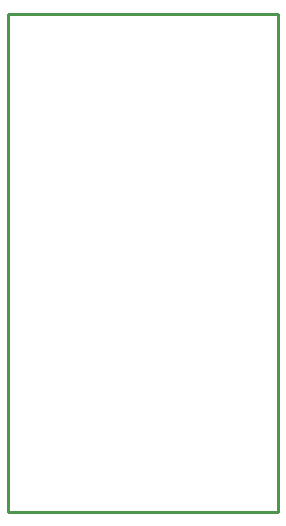
<source format=gm1>
G04 Layer_Color=16711935*
%FSLAX44Y44*%
%MOMM*%
G71*
G01*
G75*
%ADD41C,0.2540*%
D41*
X382500Y1329250D02*
Y1751000D01*
X610750D01*
Y1329250D02*
Y1751000D01*
X382500Y1329250D02*
X610750D01*
M02*

</source>
